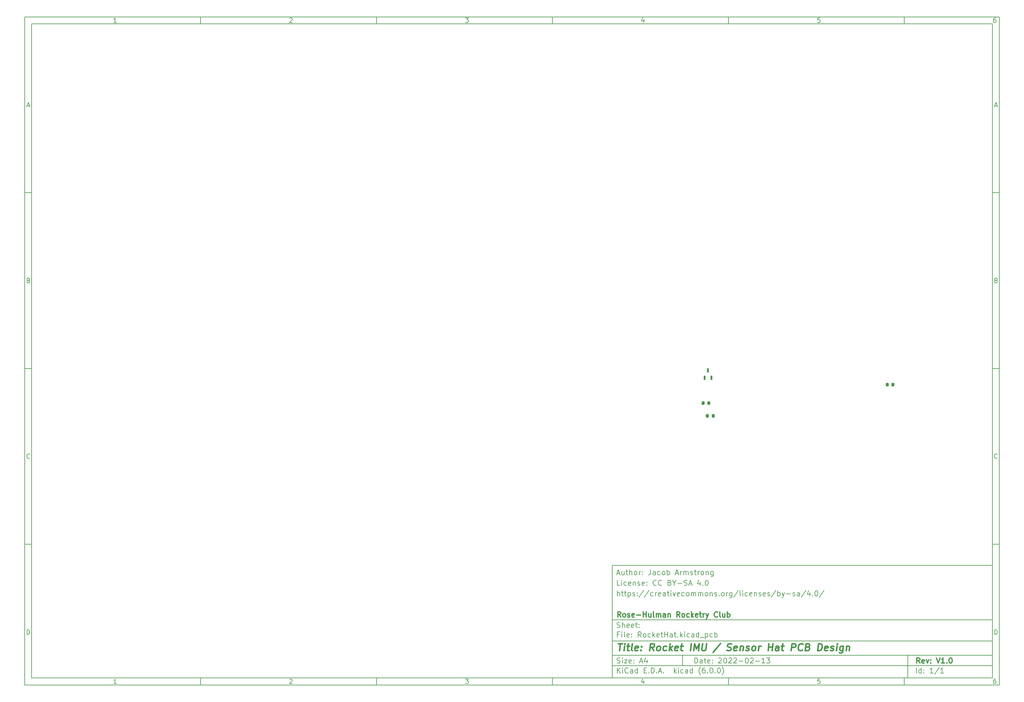
<source format=gbr>
%TF.GenerationSoftware,KiCad,Pcbnew,(6.0.0)*%
%TF.CreationDate,2022-02-14T11:19:37-05:00*%
%TF.ProjectId,RocketHat,526f636b-6574-4486-9174-2e6b69636164,V1.0*%
%TF.SameCoordinates,Original*%
%TF.FileFunction,Paste,Top*%
%TF.FilePolarity,Positive*%
%FSLAX46Y46*%
G04 Gerber Fmt 4.6, Leading zero omitted, Abs format (unit mm)*
G04 Created by KiCad (PCBNEW (6.0.0)) date 2022-02-14 11:19:37*
%MOMM*%
%LPD*%
G01*
G04 APERTURE LIST*
G04 Aperture macros list*
%AMRoundRect*
0 Rectangle with rounded corners*
0 $1 Rounding radius*
0 $2 $3 $4 $5 $6 $7 $8 $9 X,Y pos of 4 corners*
0 Add a 4 corners polygon primitive as box body*
4,1,4,$2,$3,$4,$5,$6,$7,$8,$9,$2,$3,0*
0 Add four circle primitives for the rounded corners*
1,1,$1+$1,$2,$3*
1,1,$1+$1,$4,$5*
1,1,$1+$1,$6,$7*
1,1,$1+$1,$8,$9*
0 Add four rect primitives between the rounded corners*
20,1,$1+$1,$2,$3,$4,$5,0*
20,1,$1+$1,$4,$5,$6,$7,0*
20,1,$1+$1,$6,$7,$8,$9,0*
20,1,$1+$1,$8,$9,$2,$3,0*%
G04 Aperture macros list end*
%ADD10C,0.100000*%
%ADD11C,0.150000*%
%ADD12C,0.300000*%
%ADD13C,0.400000*%
%ADD14R,0.600000X1.300000*%
%ADD15RoundRect,0.200000X0.200000X0.275000X-0.200000X0.275000X-0.200000X-0.275000X0.200000X-0.275000X0*%
G04 APERTURE END LIST*
D10*
D11*
X177002200Y-166007200D02*
X177002200Y-198007200D01*
X285002200Y-198007200D01*
X285002200Y-166007200D01*
X177002200Y-166007200D01*
D10*
D11*
X10000000Y-10000000D02*
X10000000Y-200007200D01*
X287002200Y-200007200D01*
X287002200Y-10000000D01*
X10000000Y-10000000D01*
D10*
D11*
X12000000Y-12000000D02*
X12000000Y-198007200D01*
X285002200Y-198007200D01*
X285002200Y-12000000D01*
X12000000Y-12000000D01*
D10*
D11*
X60000000Y-12000000D02*
X60000000Y-10000000D01*
D10*
D11*
X110000000Y-12000000D02*
X110000000Y-10000000D01*
D10*
D11*
X160000000Y-12000000D02*
X160000000Y-10000000D01*
D10*
D11*
X210000000Y-12000000D02*
X210000000Y-10000000D01*
D10*
D11*
X260000000Y-12000000D02*
X260000000Y-10000000D01*
D10*
D11*
X36065476Y-11588095D02*
X35322619Y-11588095D01*
X35694047Y-11588095D02*
X35694047Y-10288095D01*
X35570238Y-10473809D01*
X35446428Y-10597619D01*
X35322619Y-10659523D01*
D10*
D11*
X85322619Y-10411904D02*
X85384523Y-10350000D01*
X85508333Y-10288095D01*
X85817857Y-10288095D01*
X85941666Y-10350000D01*
X86003571Y-10411904D01*
X86065476Y-10535714D01*
X86065476Y-10659523D01*
X86003571Y-10845238D01*
X85260714Y-11588095D01*
X86065476Y-11588095D01*
D10*
D11*
X135260714Y-10288095D02*
X136065476Y-10288095D01*
X135632142Y-10783333D01*
X135817857Y-10783333D01*
X135941666Y-10845238D01*
X136003571Y-10907142D01*
X136065476Y-11030952D01*
X136065476Y-11340476D01*
X136003571Y-11464285D01*
X135941666Y-11526190D01*
X135817857Y-11588095D01*
X135446428Y-11588095D01*
X135322619Y-11526190D01*
X135260714Y-11464285D01*
D10*
D11*
X185941666Y-10721428D02*
X185941666Y-11588095D01*
X185632142Y-10226190D02*
X185322619Y-11154761D01*
X186127380Y-11154761D01*
D10*
D11*
X236003571Y-10288095D02*
X235384523Y-10288095D01*
X235322619Y-10907142D01*
X235384523Y-10845238D01*
X235508333Y-10783333D01*
X235817857Y-10783333D01*
X235941666Y-10845238D01*
X236003571Y-10907142D01*
X236065476Y-11030952D01*
X236065476Y-11340476D01*
X236003571Y-11464285D01*
X235941666Y-11526190D01*
X235817857Y-11588095D01*
X235508333Y-11588095D01*
X235384523Y-11526190D01*
X235322619Y-11464285D01*
D10*
D11*
X285941666Y-10288095D02*
X285694047Y-10288095D01*
X285570238Y-10350000D01*
X285508333Y-10411904D01*
X285384523Y-10597619D01*
X285322619Y-10845238D01*
X285322619Y-11340476D01*
X285384523Y-11464285D01*
X285446428Y-11526190D01*
X285570238Y-11588095D01*
X285817857Y-11588095D01*
X285941666Y-11526190D01*
X286003571Y-11464285D01*
X286065476Y-11340476D01*
X286065476Y-11030952D01*
X286003571Y-10907142D01*
X285941666Y-10845238D01*
X285817857Y-10783333D01*
X285570238Y-10783333D01*
X285446428Y-10845238D01*
X285384523Y-10907142D01*
X285322619Y-11030952D01*
D10*
D11*
X60000000Y-198007200D02*
X60000000Y-200007200D01*
D10*
D11*
X110000000Y-198007200D02*
X110000000Y-200007200D01*
D10*
D11*
X160000000Y-198007200D02*
X160000000Y-200007200D01*
D10*
D11*
X210000000Y-198007200D02*
X210000000Y-200007200D01*
D10*
D11*
X260000000Y-198007200D02*
X260000000Y-200007200D01*
D10*
D11*
X36065476Y-199595295D02*
X35322619Y-199595295D01*
X35694047Y-199595295D02*
X35694047Y-198295295D01*
X35570238Y-198481009D01*
X35446428Y-198604819D01*
X35322619Y-198666723D01*
D10*
D11*
X85322619Y-198419104D02*
X85384523Y-198357200D01*
X85508333Y-198295295D01*
X85817857Y-198295295D01*
X85941666Y-198357200D01*
X86003571Y-198419104D01*
X86065476Y-198542914D01*
X86065476Y-198666723D01*
X86003571Y-198852438D01*
X85260714Y-199595295D01*
X86065476Y-199595295D01*
D10*
D11*
X135260714Y-198295295D02*
X136065476Y-198295295D01*
X135632142Y-198790533D01*
X135817857Y-198790533D01*
X135941666Y-198852438D01*
X136003571Y-198914342D01*
X136065476Y-199038152D01*
X136065476Y-199347676D01*
X136003571Y-199471485D01*
X135941666Y-199533390D01*
X135817857Y-199595295D01*
X135446428Y-199595295D01*
X135322619Y-199533390D01*
X135260714Y-199471485D01*
D10*
D11*
X185941666Y-198728628D02*
X185941666Y-199595295D01*
X185632142Y-198233390D02*
X185322619Y-199161961D01*
X186127380Y-199161961D01*
D10*
D11*
X236003571Y-198295295D02*
X235384523Y-198295295D01*
X235322619Y-198914342D01*
X235384523Y-198852438D01*
X235508333Y-198790533D01*
X235817857Y-198790533D01*
X235941666Y-198852438D01*
X236003571Y-198914342D01*
X236065476Y-199038152D01*
X236065476Y-199347676D01*
X236003571Y-199471485D01*
X235941666Y-199533390D01*
X235817857Y-199595295D01*
X235508333Y-199595295D01*
X235384523Y-199533390D01*
X235322619Y-199471485D01*
D10*
D11*
X285941666Y-198295295D02*
X285694047Y-198295295D01*
X285570238Y-198357200D01*
X285508333Y-198419104D01*
X285384523Y-198604819D01*
X285322619Y-198852438D01*
X285322619Y-199347676D01*
X285384523Y-199471485D01*
X285446428Y-199533390D01*
X285570238Y-199595295D01*
X285817857Y-199595295D01*
X285941666Y-199533390D01*
X286003571Y-199471485D01*
X286065476Y-199347676D01*
X286065476Y-199038152D01*
X286003571Y-198914342D01*
X285941666Y-198852438D01*
X285817857Y-198790533D01*
X285570238Y-198790533D01*
X285446428Y-198852438D01*
X285384523Y-198914342D01*
X285322619Y-199038152D01*
D10*
D11*
X10000000Y-60000000D02*
X12000000Y-60000000D01*
D10*
D11*
X10000000Y-110000000D02*
X12000000Y-110000000D01*
D10*
D11*
X10000000Y-160000000D02*
X12000000Y-160000000D01*
D10*
D11*
X10690476Y-35216666D02*
X11309523Y-35216666D01*
X10566666Y-35588095D02*
X11000000Y-34288095D01*
X11433333Y-35588095D01*
D10*
D11*
X11092857Y-84907142D02*
X11278571Y-84969047D01*
X11340476Y-85030952D01*
X11402380Y-85154761D01*
X11402380Y-85340476D01*
X11340476Y-85464285D01*
X11278571Y-85526190D01*
X11154761Y-85588095D01*
X10659523Y-85588095D01*
X10659523Y-84288095D01*
X11092857Y-84288095D01*
X11216666Y-84350000D01*
X11278571Y-84411904D01*
X11340476Y-84535714D01*
X11340476Y-84659523D01*
X11278571Y-84783333D01*
X11216666Y-84845238D01*
X11092857Y-84907142D01*
X10659523Y-84907142D01*
D10*
D11*
X11402380Y-135464285D02*
X11340476Y-135526190D01*
X11154761Y-135588095D01*
X11030952Y-135588095D01*
X10845238Y-135526190D01*
X10721428Y-135402380D01*
X10659523Y-135278571D01*
X10597619Y-135030952D01*
X10597619Y-134845238D01*
X10659523Y-134597619D01*
X10721428Y-134473809D01*
X10845238Y-134350000D01*
X11030952Y-134288095D01*
X11154761Y-134288095D01*
X11340476Y-134350000D01*
X11402380Y-134411904D01*
D10*
D11*
X10659523Y-185588095D02*
X10659523Y-184288095D01*
X10969047Y-184288095D01*
X11154761Y-184350000D01*
X11278571Y-184473809D01*
X11340476Y-184597619D01*
X11402380Y-184845238D01*
X11402380Y-185030952D01*
X11340476Y-185278571D01*
X11278571Y-185402380D01*
X11154761Y-185526190D01*
X10969047Y-185588095D01*
X10659523Y-185588095D01*
D10*
D11*
X287002200Y-60000000D02*
X285002200Y-60000000D01*
D10*
D11*
X287002200Y-110000000D02*
X285002200Y-110000000D01*
D10*
D11*
X287002200Y-160000000D02*
X285002200Y-160000000D01*
D10*
D11*
X285692676Y-35216666D02*
X286311723Y-35216666D01*
X285568866Y-35588095D02*
X286002200Y-34288095D01*
X286435533Y-35588095D01*
D10*
D11*
X286095057Y-84907142D02*
X286280771Y-84969047D01*
X286342676Y-85030952D01*
X286404580Y-85154761D01*
X286404580Y-85340476D01*
X286342676Y-85464285D01*
X286280771Y-85526190D01*
X286156961Y-85588095D01*
X285661723Y-85588095D01*
X285661723Y-84288095D01*
X286095057Y-84288095D01*
X286218866Y-84350000D01*
X286280771Y-84411904D01*
X286342676Y-84535714D01*
X286342676Y-84659523D01*
X286280771Y-84783333D01*
X286218866Y-84845238D01*
X286095057Y-84907142D01*
X285661723Y-84907142D01*
D10*
D11*
X286404580Y-135464285D02*
X286342676Y-135526190D01*
X286156961Y-135588095D01*
X286033152Y-135588095D01*
X285847438Y-135526190D01*
X285723628Y-135402380D01*
X285661723Y-135278571D01*
X285599819Y-135030952D01*
X285599819Y-134845238D01*
X285661723Y-134597619D01*
X285723628Y-134473809D01*
X285847438Y-134350000D01*
X286033152Y-134288095D01*
X286156961Y-134288095D01*
X286342676Y-134350000D01*
X286404580Y-134411904D01*
D10*
D11*
X285661723Y-185588095D02*
X285661723Y-184288095D01*
X285971247Y-184288095D01*
X286156961Y-184350000D01*
X286280771Y-184473809D01*
X286342676Y-184597619D01*
X286404580Y-184845238D01*
X286404580Y-185030952D01*
X286342676Y-185278571D01*
X286280771Y-185402380D01*
X286156961Y-185526190D01*
X285971247Y-185588095D01*
X285661723Y-185588095D01*
D10*
D11*
X200434342Y-193785771D02*
X200434342Y-192285771D01*
X200791485Y-192285771D01*
X201005771Y-192357200D01*
X201148628Y-192500057D01*
X201220057Y-192642914D01*
X201291485Y-192928628D01*
X201291485Y-193142914D01*
X201220057Y-193428628D01*
X201148628Y-193571485D01*
X201005771Y-193714342D01*
X200791485Y-193785771D01*
X200434342Y-193785771D01*
X202577200Y-193785771D02*
X202577200Y-193000057D01*
X202505771Y-192857200D01*
X202362914Y-192785771D01*
X202077200Y-192785771D01*
X201934342Y-192857200D01*
X202577200Y-193714342D02*
X202434342Y-193785771D01*
X202077200Y-193785771D01*
X201934342Y-193714342D01*
X201862914Y-193571485D01*
X201862914Y-193428628D01*
X201934342Y-193285771D01*
X202077200Y-193214342D01*
X202434342Y-193214342D01*
X202577200Y-193142914D01*
X203077200Y-192785771D02*
X203648628Y-192785771D01*
X203291485Y-192285771D02*
X203291485Y-193571485D01*
X203362914Y-193714342D01*
X203505771Y-193785771D01*
X203648628Y-193785771D01*
X204720057Y-193714342D02*
X204577200Y-193785771D01*
X204291485Y-193785771D01*
X204148628Y-193714342D01*
X204077200Y-193571485D01*
X204077200Y-193000057D01*
X204148628Y-192857200D01*
X204291485Y-192785771D01*
X204577200Y-192785771D01*
X204720057Y-192857200D01*
X204791485Y-193000057D01*
X204791485Y-193142914D01*
X204077200Y-193285771D01*
X205434342Y-193642914D02*
X205505771Y-193714342D01*
X205434342Y-193785771D01*
X205362914Y-193714342D01*
X205434342Y-193642914D01*
X205434342Y-193785771D01*
X205434342Y-192857200D02*
X205505771Y-192928628D01*
X205434342Y-193000057D01*
X205362914Y-192928628D01*
X205434342Y-192857200D01*
X205434342Y-193000057D01*
X207220057Y-192428628D02*
X207291485Y-192357200D01*
X207434342Y-192285771D01*
X207791485Y-192285771D01*
X207934342Y-192357200D01*
X208005771Y-192428628D01*
X208077200Y-192571485D01*
X208077200Y-192714342D01*
X208005771Y-192928628D01*
X207148628Y-193785771D01*
X208077200Y-193785771D01*
X209005771Y-192285771D02*
X209148628Y-192285771D01*
X209291485Y-192357200D01*
X209362914Y-192428628D01*
X209434342Y-192571485D01*
X209505771Y-192857200D01*
X209505771Y-193214342D01*
X209434342Y-193500057D01*
X209362914Y-193642914D01*
X209291485Y-193714342D01*
X209148628Y-193785771D01*
X209005771Y-193785771D01*
X208862914Y-193714342D01*
X208791485Y-193642914D01*
X208720057Y-193500057D01*
X208648628Y-193214342D01*
X208648628Y-192857200D01*
X208720057Y-192571485D01*
X208791485Y-192428628D01*
X208862914Y-192357200D01*
X209005771Y-192285771D01*
X210077200Y-192428628D02*
X210148628Y-192357200D01*
X210291485Y-192285771D01*
X210648628Y-192285771D01*
X210791485Y-192357200D01*
X210862914Y-192428628D01*
X210934342Y-192571485D01*
X210934342Y-192714342D01*
X210862914Y-192928628D01*
X210005771Y-193785771D01*
X210934342Y-193785771D01*
X211505771Y-192428628D02*
X211577200Y-192357200D01*
X211720057Y-192285771D01*
X212077200Y-192285771D01*
X212220057Y-192357200D01*
X212291485Y-192428628D01*
X212362914Y-192571485D01*
X212362914Y-192714342D01*
X212291485Y-192928628D01*
X211434342Y-193785771D01*
X212362914Y-193785771D01*
X213005771Y-193214342D02*
X214148628Y-193214342D01*
X215148628Y-192285771D02*
X215291485Y-192285771D01*
X215434342Y-192357200D01*
X215505771Y-192428628D01*
X215577200Y-192571485D01*
X215648628Y-192857200D01*
X215648628Y-193214342D01*
X215577200Y-193500057D01*
X215505771Y-193642914D01*
X215434342Y-193714342D01*
X215291485Y-193785771D01*
X215148628Y-193785771D01*
X215005771Y-193714342D01*
X214934342Y-193642914D01*
X214862914Y-193500057D01*
X214791485Y-193214342D01*
X214791485Y-192857200D01*
X214862914Y-192571485D01*
X214934342Y-192428628D01*
X215005771Y-192357200D01*
X215148628Y-192285771D01*
X216220057Y-192428628D02*
X216291485Y-192357200D01*
X216434342Y-192285771D01*
X216791485Y-192285771D01*
X216934342Y-192357200D01*
X217005771Y-192428628D01*
X217077200Y-192571485D01*
X217077200Y-192714342D01*
X217005771Y-192928628D01*
X216148628Y-193785771D01*
X217077200Y-193785771D01*
X217720057Y-193214342D02*
X218862914Y-193214342D01*
X220362914Y-193785771D02*
X219505771Y-193785771D01*
X219934342Y-193785771D02*
X219934342Y-192285771D01*
X219791485Y-192500057D01*
X219648628Y-192642914D01*
X219505771Y-192714342D01*
X220862914Y-192285771D02*
X221791485Y-192285771D01*
X221291485Y-192857200D01*
X221505771Y-192857200D01*
X221648628Y-192928628D01*
X221720057Y-193000057D01*
X221791485Y-193142914D01*
X221791485Y-193500057D01*
X221720057Y-193642914D01*
X221648628Y-193714342D01*
X221505771Y-193785771D01*
X221077200Y-193785771D01*
X220934342Y-193714342D01*
X220862914Y-193642914D01*
D10*
D11*
X177002200Y-194507200D02*
X285002200Y-194507200D01*
D10*
D11*
X178434342Y-196585771D02*
X178434342Y-195085771D01*
X179291485Y-196585771D02*
X178648628Y-195728628D01*
X179291485Y-195085771D02*
X178434342Y-195942914D01*
X179934342Y-196585771D02*
X179934342Y-195585771D01*
X179934342Y-195085771D02*
X179862914Y-195157200D01*
X179934342Y-195228628D01*
X180005771Y-195157200D01*
X179934342Y-195085771D01*
X179934342Y-195228628D01*
X181505771Y-196442914D02*
X181434342Y-196514342D01*
X181220057Y-196585771D01*
X181077200Y-196585771D01*
X180862914Y-196514342D01*
X180720057Y-196371485D01*
X180648628Y-196228628D01*
X180577200Y-195942914D01*
X180577200Y-195728628D01*
X180648628Y-195442914D01*
X180720057Y-195300057D01*
X180862914Y-195157200D01*
X181077200Y-195085771D01*
X181220057Y-195085771D01*
X181434342Y-195157200D01*
X181505771Y-195228628D01*
X182791485Y-196585771D02*
X182791485Y-195800057D01*
X182720057Y-195657200D01*
X182577200Y-195585771D01*
X182291485Y-195585771D01*
X182148628Y-195657200D01*
X182791485Y-196514342D02*
X182648628Y-196585771D01*
X182291485Y-196585771D01*
X182148628Y-196514342D01*
X182077200Y-196371485D01*
X182077200Y-196228628D01*
X182148628Y-196085771D01*
X182291485Y-196014342D01*
X182648628Y-196014342D01*
X182791485Y-195942914D01*
X184148628Y-196585771D02*
X184148628Y-195085771D01*
X184148628Y-196514342D02*
X184005771Y-196585771D01*
X183720057Y-196585771D01*
X183577200Y-196514342D01*
X183505771Y-196442914D01*
X183434342Y-196300057D01*
X183434342Y-195871485D01*
X183505771Y-195728628D01*
X183577200Y-195657200D01*
X183720057Y-195585771D01*
X184005771Y-195585771D01*
X184148628Y-195657200D01*
X186005771Y-195800057D02*
X186505771Y-195800057D01*
X186720057Y-196585771D02*
X186005771Y-196585771D01*
X186005771Y-195085771D01*
X186720057Y-195085771D01*
X187362914Y-196442914D02*
X187434342Y-196514342D01*
X187362914Y-196585771D01*
X187291485Y-196514342D01*
X187362914Y-196442914D01*
X187362914Y-196585771D01*
X188077200Y-196585771D02*
X188077200Y-195085771D01*
X188434342Y-195085771D01*
X188648628Y-195157200D01*
X188791485Y-195300057D01*
X188862914Y-195442914D01*
X188934342Y-195728628D01*
X188934342Y-195942914D01*
X188862914Y-196228628D01*
X188791485Y-196371485D01*
X188648628Y-196514342D01*
X188434342Y-196585771D01*
X188077200Y-196585771D01*
X189577200Y-196442914D02*
X189648628Y-196514342D01*
X189577200Y-196585771D01*
X189505771Y-196514342D01*
X189577200Y-196442914D01*
X189577200Y-196585771D01*
X190220057Y-196157200D02*
X190934342Y-196157200D01*
X190077200Y-196585771D02*
X190577200Y-195085771D01*
X191077200Y-196585771D01*
X191577200Y-196442914D02*
X191648628Y-196514342D01*
X191577200Y-196585771D01*
X191505771Y-196514342D01*
X191577200Y-196442914D01*
X191577200Y-196585771D01*
X194577200Y-196585771D02*
X194577200Y-195085771D01*
X194720057Y-196014342D02*
X195148628Y-196585771D01*
X195148628Y-195585771D02*
X194577200Y-196157200D01*
X195791485Y-196585771D02*
X195791485Y-195585771D01*
X195791485Y-195085771D02*
X195720057Y-195157200D01*
X195791485Y-195228628D01*
X195862914Y-195157200D01*
X195791485Y-195085771D01*
X195791485Y-195228628D01*
X197148628Y-196514342D02*
X197005771Y-196585771D01*
X196720057Y-196585771D01*
X196577200Y-196514342D01*
X196505771Y-196442914D01*
X196434342Y-196300057D01*
X196434342Y-195871485D01*
X196505771Y-195728628D01*
X196577200Y-195657200D01*
X196720057Y-195585771D01*
X197005771Y-195585771D01*
X197148628Y-195657200D01*
X198434342Y-196585771D02*
X198434342Y-195800057D01*
X198362914Y-195657200D01*
X198220057Y-195585771D01*
X197934342Y-195585771D01*
X197791485Y-195657200D01*
X198434342Y-196514342D02*
X198291485Y-196585771D01*
X197934342Y-196585771D01*
X197791485Y-196514342D01*
X197720057Y-196371485D01*
X197720057Y-196228628D01*
X197791485Y-196085771D01*
X197934342Y-196014342D01*
X198291485Y-196014342D01*
X198434342Y-195942914D01*
X199791485Y-196585771D02*
X199791485Y-195085771D01*
X199791485Y-196514342D02*
X199648628Y-196585771D01*
X199362914Y-196585771D01*
X199220057Y-196514342D01*
X199148628Y-196442914D01*
X199077200Y-196300057D01*
X199077200Y-195871485D01*
X199148628Y-195728628D01*
X199220057Y-195657200D01*
X199362914Y-195585771D01*
X199648628Y-195585771D01*
X199791485Y-195657200D01*
X202077200Y-197157200D02*
X202005771Y-197085771D01*
X201862914Y-196871485D01*
X201791485Y-196728628D01*
X201720057Y-196514342D01*
X201648628Y-196157200D01*
X201648628Y-195871485D01*
X201720057Y-195514342D01*
X201791485Y-195300057D01*
X201862914Y-195157200D01*
X202005771Y-194942914D01*
X202077200Y-194871485D01*
X203291485Y-195085771D02*
X203005771Y-195085771D01*
X202862914Y-195157200D01*
X202791485Y-195228628D01*
X202648628Y-195442914D01*
X202577200Y-195728628D01*
X202577200Y-196300057D01*
X202648628Y-196442914D01*
X202720057Y-196514342D01*
X202862914Y-196585771D01*
X203148628Y-196585771D01*
X203291485Y-196514342D01*
X203362914Y-196442914D01*
X203434342Y-196300057D01*
X203434342Y-195942914D01*
X203362914Y-195800057D01*
X203291485Y-195728628D01*
X203148628Y-195657200D01*
X202862914Y-195657200D01*
X202720057Y-195728628D01*
X202648628Y-195800057D01*
X202577200Y-195942914D01*
X204077200Y-196442914D02*
X204148628Y-196514342D01*
X204077200Y-196585771D01*
X204005771Y-196514342D01*
X204077200Y-196442914D01*
X204077200Y-196585771D01*
X205077200Y-195085771D02*
X205220057Y-195085771D01*
X205362914Y-195157200D01*
X205434342Y-195228628D01*
X205505771Y-195371485D01*
X205577200Y-195657200D01*
X205577200Y-196014342D01*
X205505771Y-196300057D01*
X205434342Y-196442914D01*
X205362914Y-196514342D01*
X205220057Y-196585771D01*
X205077200Y-196585771D01*
X204934342Y-196514342D01*
X204862914Y-196442914D01*
X204791485Y-196300057D01*
X204720057Y-196014342D01*
X204720057Y-195657200D01*
X204791485Y-195371485D01*
X204862914Y-195228628D01*
X204934342Y-195157200D01*
X205077200Y-195085771D01*
X206220057Y-196442914D02*
X206291485Y-196514342D01*
X206220057Y-196585771D01*
X206148628Y-196514342D01*
X206220057Y-196442914D01*
X206220057Y-196585771D01*
X207220057Y-195085771D02*
X207362914Y-195085771D01*
X207505771Y-195157200D01*
X207577200Y-195228628D01*
X207648628Y-195371485D01*
X207720057Y-195657200D01*
X207720057Y-196014342D01*
X207648628Y-196300057D01*
X207577200Y-196442914D01*
X207505771Y-196514342D01*
X207362914Y-196585771D01*
X207220057Y-196585771D01*
X207077200Y-196514342D01*
X207005771Y-196442914D01*
X206934342Y-196300057D01*
X206862914Y-196014342D01*
X206862914Y-195657200D01*
X206934342Y-195371485D01*
X207005771Y-195228628D01*
X207077200Y-195157200D01*
X207220057Y-195085771D01*
X208220057Y-197157200D02*
X208291485Y-197085771D01*
X208434342Y-196871485D01*
X208505771Y-196728628D01*
X208577200Y-196514342D01*
X208648628Y-196157200D01*
X208648628Y-195871485D01*
X208577200Y-195514342D01*
X208505771Y-195300057D01*
X208434342Y-195157200D01*
X208291485Y-194942914D01*
X208220057Y-194871485D01*
D10*
D11*
X177002200Y-191507200D02*
X285002200Y-191507200D01*
D10*
D12*
X264411485Y-193785771D02*
X263911485Y-193071485D01*
X263554342Y-193785771D02*
X263554342Y-192285771D01*
X264125771Y-192285771D01*
X264268628Y-192357200D01*
X264340057Y-192428628D01*
X264411485Y-192571485D01*
X264411485Y-192785771D01*
X264340057Y-192928628D01*
X264268628Y-193000057D01*
X264125771Y-193071485D01*
X263554342Y-193071485D01*
X265625771Y-193714342D02*
X265482914Y-193785771D01*
X265197200Y-193785771D01*
X265054342Y-193714342D01*
X264982914Y-193571485D01*
X264982914Y-193000057D01*
X265054342Y-192857200D01*
X265197200Y-192785771D01*
X265482914Y-192785771D01*
X265625771Y-192857200D01*
X265697200Y-193000057D01*
X265697200Y-193142914D01*
X264982914Y-193285771D01*
X266197200Y-192785771D02*
X266554342Y-193785771D01*
X266911485Y-192785771D01*
X267482914Y-193642914D02*
X267554342Y-193714342D01*
X267482914Y-193785771D01*
X267411485Y-193714342D01*
X267482914Y-193642914D01*
X267482914Y-193785771D01*
X267482914Y-192857200D02*
X267554342Y-192928628D01*
X267482914Y-193000057D01*
X267411485Y-192928628D01*
X267482914Y-192857200D01*
X267482914Y-193000057D01*
X269125771Y-192285771D02*
X269625771Y-193785771D01*
X270125771Y-192285771D01*
X271411485Y-193785771D02*
X270554342Y-193785771D01*
X270982914Y-193785771D02*
X270982914Y-192285771D01*
X270840057Y-192500057D01*
X270697200Y-192642914D01*
X270554342Y-192714342D01*
X272054342Y-193642914D02*
X272125771Y-193714342D01*
X272054342Y-193785771D01*
X271982914Y-193714342D01*
X272054342Y-193642914D01*
X272054342Y-193785771D01*
X273054342Y-192285771D02*
X273197200Y-192285771D01*
X273340057Y-192357200D01*
X273411485Y-192428628D01*
X273482914Y-192571485D01*
X273554342Y-192857200D01*
X273554342Y-193214342D01*
X273482914Y-193500057D01*
X273411485Y-193642914D01*
X273340057Y-193714342D01*
X273197200Y-193785771D01*
X273054342Y-193785771D01*
X272911485Y-193714342D01*
X272840057Y-193642914D01*
X272768628Y-193500057D01*
X272697200Y-193214342D01*
X272697200Y-192857200D01*
X272768628Y-192571485D01*
X272840057Y-192428628D01*
X272911485Y-192357200D01*
X273054342Y-192285771D01*
D10*
D11*
X178362914Y-193714342D02*
X178577200Y-193785771D01*
X178934342Y-193785771D01*
X179077200Y-193714342D01*
X179148628Y-193642914D01*
X179220057Y-193500057D01*
X179220057Y-193357200D01*
X179148628Y-193214342D01*
X179077200Y-193142914D01*
X178934342Y-193071485D01*
X178648628Y-193000057D01*
X178505771Y-192928628D01*
X178434342Y-192857200D01*
X178362914Y-192714342D01*
X178362914Y-192571485D01*
X178434342Y-192428628D01*
X178505771Y-192357200D01*
X178648628Y-192285771D01*
X179005771Y-192285771D01*
X179220057Y-192357200D01*
X179862914Y-193785771D02*
X179862914Y-192785771D01*
X179862914Y-192285771D02*
X179791485Y-192357200D01*
X179862914Y-192428628D01*
X179934342Y-192357200D01*
X179862914Y-192285771D01*
X179862914Y-192428628D01*
X180434342Y-192785771D02*
X181220057Y-192785771D01*
X180434342Y-193785771D01*
X181220057Y-193785771D01*
X182362914Y-193714342D02*
X182220057Y-193785771D01*
X181934342Y-193785771D01*
X181791485Y-193714342D01*
X181720057Y-193571485D01*
X181720057Y-193000057D01*
X181791485Y-192857200D01*
X181934342Y-192785771D01*
X182220057Y-192785771D01*
X182362914Y-192857200D01*
X182434342Y-193000057D01*
X182434342Y-193142914D01*
X181720057Y-193285771D01*
X183077200Y-193642914D02*
X183148628Y-193714342D01*
X183077200Y-193785771D01*
X183005771Y-193714342D01*
X183077200Y-193642914D01*
X183077200Y-193785771D01*
X183077200Y-192857200D02*
X183148628Y-192928628D01*
X183077200Y-193000057D01*
X183005771Y-192928628D01*
X183077200Y-192857200D01*
X183077200Y-193000057D01*
X184862914Y-193357200D02*
X185577200Y-193357200D01*
X184720057Y-193785771D02*
X185220057Y-192285771D01*
X185720057Y-193785771D01*
X186862914Y-192785771D02*
X186862914Y-193785771D01*
X186505771Y-192214342D02*
X186148628Y-193285771D01*
X187077200Y-193285771D01*
D10*
D11*
X263434342Y-196585771D02*
X263434342Y-195085771D01*
X264791485Y-196585771D02*
X264791485Y-195085771D01*
X264791485Y-196514342D02*
X264648628Y-196585771D01*
X264362914Y-196585771D01*
X264220057Y-196514342D01*
X264148628Y-196442914D01*
X264077200Y-196300057D01*
X264077200Y-195871485D01*
X264148628Y-195728628D01*
X264220057Y-195657200D01*
X264362914Y-195585771D01*
X264648628Y-195585771D01*
X264791485Y-195657200D01*
X265505771Y-196442914D02*
X265577200Y-196514342D01*
X265505771Y-196585771D01*
X265434342Y-196514342D01*
X265505771Y-196442914D01*
X265505771Y-196585771D01*
X265505771Y-195657200D02*
X265577200Y-195728628D01*
X265505771Y-195800057D01*
X265434342Y-195728628D01*
X265505771Y-195657200D01*
X265505771Y-195800057D01*
X268148628Y-196585771D02*
X267291485Y-196585771D01*
X267720057Y-196585771D02*
X267720057Y-195085771D01*
X267577200Y-195300057D01*
X267434342Y-195442914D01*
X267291485Y-195514342D01*
X269862914Y-195014342D02*
X268577200Y-196942914D01*
X271148628Y-196585771D02*
X270291485Y-196585771D01*
X270720057Y-196585771D02*
X270720057Y-195085771D01*
X270577200Y-195300057D01*
X270434342Y-195442914D01*
X270291485Y-195514342D01*
D10*
D11*
X177002200Y-187507200D02*
X285002200Y-187507200D01*
D10*
D13*
X178714580Y-188211961D02*
X179857438Y-188211961D01*
X179036009Y-190211961D02*
X179286009Y-188211961D01*
X180274104Y-190211961D02*
X180440771Y-188878628D01*
X180524104Y-188211961D02*
X180416961Y-188307200D01*
X180500295Y-188402438D01*
X180607438Y-188307200D01*
X180524104Y-188211961D01*
X180500295Y-188402438D01*
X181107438Y-188878628D02*
X181869342Y-188878628D01*
X181476485Y-188211961D02*
X181262200Y-189926247D01*
X181333628Y-190116723D01*
X181512200Y-190211961D01*
X181702676Y-190211961D01*
X182655057Y-190211961D02*
X182476485Y-190116723D01*
X182405057Y-189926247D01*
X182619342Y-188211961D01*
X184190771Y-190116723D02*
X183988390Y-190211961D01*
X183607438Y-190211961D01*
X183428866Y-190116723D01*
X183357438Y-189926247D01*
X183452676Y-189164342D01*
X183571723Y-188973866D01*
X183774104Y-188878628D01*
X184155057Y-188878628D01*
X184333628Y-188973866D01*
X184405057Y-189164342D01*
X184381247Y-189354819D01*
X183405057Y-189545295D01*
X185155057Y-190021485D02*
X185238390Y-190116723D01*
X185131247Y-190211961D01*
X185047914Y-190116723D01*
X185155057Y-190021485D01*
X185131247Y-190211961D01*
X185286009Y-188973866D02*
X185369342Y-189069104D01*
X185262200Y-189164342D01*
X185178866Y-189069104D01*
X185286009Y-188973866D01*
X185262200Y-189164342D01*
X188750295Y-190211961D02*
X188202676Y-189259580D01*
X187607438Y-190211961D02*
X187857438Y-188211961D01*
X188619342Y-188211961D01*
X188797914Y-188307200D01*
X188881247Y-188402438D01*
X188952676Y-188592914D01*
X188916961Y-188878628D01*
X188797914Y-189069104D01*
X188690771Y-189164342D01*
X188488390Y-189259580D01*
X187726485Y-189259580D01*
X189893152Y-190211961D02*
X189714580Y-190116723D01*
X189631247Y-190021485D01*
X189559819Y-189831009D01*
X189631247Y-189259580D01*
X189750295Y-189069104D01*
X189857438Y-188973866D01*
X190059819Y-188878628D01*
X190345533Y-188878628D01*
X190524104Y-188973866D01*
X190607438Y-189069104D01*
X190678866Y-189259580D01*
X190607438Y-189831009D01*
X190488390Y-190021485D01*
X190381247Y-190116723D01*
X190178866Y-190211961D01*
X189893152Y-190211961D01*
X192286009Y-190116723D02*
X192083628Y-190211961D01*
X191702676Y-190211961D01*
X191524104Y-190116723D01*
X191440771Y-190021485D01*
X191369342Y-189831009D01*
X191440771Y-189259580D01*
X191559819Y-189069104D01*
X191666961Y-188973866D01*
X191869342Y-188878628D01*
X192250295Y-188878628D01*
X192428866Y-188973866D01*
X193131247Y-190211961D02*
X193381247Y-188211961D01*
X193416961Y-189450057D02*
X193893152Y-190211961D01*
X194059819Y-188878628D02*
X193202676Y-189640533D01*
X195524104Y-190116723D02*
X195321723Y-190211961D01*
X194940771Y-190211961D01*
X194762200Y-190116723D01*
X194690771Y-189926247D01*
X194786009Y-189164342D01*
X194905057Y-188973866D01*
X195107438Y-188878628D01*
X195488390Y-188878628D01*
X195666961Y-188973866D01*
X195738390Y-189164342D01*
X195714580Y-189354819D01*
X194738390Y-189545295D01*
X196345533Y-188878628D02*
X197107438Y-188878628D01*
X196714580Y-188211961D02*
X196500295Y-189926247D01*
X196571723Y-190116723D01*
X196750295Y-190211961D01*
X196940771Y-190211961D01*
X199131247Y-190211961D02*
X199381247Y-188211961D01*
X200083628Y-190211961D02*
X200333628Y-188211961D01*
X200821723Y-189640533D01*
X201666961Y-188211961D01*
X201416961Y-190211961D01*
X202619342Y-188211961D02*
X202416961Y-189831009D01*
X202488390Y-190021485D01*
X202571723Y-190116723D01*
X202750295Y-190211961D01*
X203131247Y-190211961D01*
X203333628Y-190116723D01*
X203440771Y-190021485D01*
X203559819Y-189831009D01*
X203762200Y-188211961D01*
X207678866Y-188116723D02*
X205643152Y-190688152D01*
X209524104Y-190116723D02*
X209797914Y-190211961D01*
X210274104Y-190211961D01*
X210476485Y-190116723D01*
X210583628Y-190021485D01*
X210702676Y-189831009D01*
X210726485Y-189640533D01*
X210655057Y-189450057D01*
X210571723Y-189354819D01*
X210393152Y-189259580D01*
X210024104Y-189164342D01*
X209845533Y-189069104D01*
X209762200Y-188973866D01*
X209690771Y-188783390D01*
X209714580Y-188592914D01*
X209833628Y-188402438D01*
X209940771Y-188307200D01*
X210143152Y-188211961D01*
X210619342Y-188211961D01*
X210893152Y-188307200D01*
X212286009Y-190116723D02*
X212083628Y-190211961D01*
X211702676Y-190211961D01*
X211524104Y-190116723D01*
X211452676Y-189926247D01*
X211547914Y-189164342D01*
X211666961Y-188973866D01*
X211869342Y-188878628D01*
X212250295Y-188878628D01*
X212428866Y-188973866D01*
X212500295Y-189164342D01*
X212476485Y-189354819D01*
X211500295Y-189545295D01*
X213393152Y-188878628D02*
X213226485Y-190211961D01*
X213369342Y-189069104D02*
X213476485Y-188973866D01*
X213678866Y-188878628D01*
X213964580Y-188878628D01*
X214143152Y-188973866D01*
X214214580Y-189164342D01*
X214083628Y-190211961D01*
X214952676Y-190116723D02*
X215131247Y-190211961D01*
X215512200Y-190211961D01*
X215714580Y-190116723D01*
X215833628Y-189926247D01*
X215845533Y-189831009D01*
X215774104Y-189640533D01*
X215595533Y-189545295D01*
X215309819Y-189545295D01*
X215131247Y-189450057D01*
X215059819Y-189259580D01*
X215071723Y-189164342D01*
X215190771Y-188973866D01*
X215393152Y-188878628D01*
X215678866Y-188878628D01*
X215857438Y-188973866D01*
X216940771Y-190211961D02*
X216762200Y-190116723D01*
X216678866Y-190021485D01*
X216607438Y-189831009D01*
X216678866Y-189259580D01*
X216797914Y-189069104D01*
X216905057Y-188973866D01*
X217107438Y-188878628D01*
X217393152Y-188878628D01*
X217571723Y-188973866D01*
X217655057Y-189069104D01*
X217726485Y-189259580D01*
X217655057Y-189831009D01*
X217536009Y-190021485D01*
X217428866Y-190116723D01*
X217226485Y-190211961D01*
X216940771Y-190211961D01*
X218464580Y-190211961D02*
X218631247Y-188878628D01*
X218583628Y-189259580D02*
X218702676Y-189069104D01*
X218809819Y-188973866D01*
X219012199Y-188878628D01*
X219202676Y-188878628D01*
X221226485Y-190211961D02*
X221476485Y-188211961D01*
X221357438Y-189164342D02*
X222500295Y-189164342D01*
X222369342Y-190211961D02*
X222619342Y-188211961D01*
X224178866Y-190211961D02*
X224309819Y-189164342D01*
X224238390Y-188973866D01*
X224059819Y-188878628D01*
X223678866Y-188878628D01*
X223476485Y-188973866D01*
X224190771Y-190116723D02*
X223988390Y-190211961D01*
X223512199Y-190211961D01*
X223333628Y-190116723D01*
X223262199Y-189926247D01*
X223286009Y-189735771D01*
X223405057Y-189545295D01*
X223607438Y-189450057D01*
X224083628Y-189450057D01*
X224286009Y-189354819D01*
X225012199Y-188878628D02*
X225774104Y-188878628D01*
X225381247Y-188211961D02*
X225166961Y-189926247D01*
X225238390Y-190116723D01*
X225416961Y-190211961D01*
X225607438Y-190211961D01*
X227797914Y-190211961D02*
X228047914Y-188211961D01*
X228809819Y-188211961D01*
X228988390Y-188307200D01*
X229071723Y-188402438D01*
X229143152Y-188592914D01*
X229107438Y-188878628D01*
X228988390Y-189069104D01*
X228881247Y-189164342D01*
X228678866Y-189259580D01*
X227916961Y-189259580D01*
X230964580Y-190021485D02*
X230857438Y-190116723D01*
X230559819Y-190211961D01*
X230369342Y-190211961D01*
X230095533Y-190116723D01*
X229928866Y-189926247D01*
X229857438Y-189735771D01*
X229809819Y-189354819D01*
X229845533Y-189069104D01*
X229988390Y-188688152D01*
X230107438Y-188497676D01*
X230321723Y-188307200D01*
X230619342Y-188211961D01*
X230809819Y-188211961D01*
X231083628Y-188307200D01*
X231166961Y-188402438D01*
X232595533Y-189164342D02*
X232869342Y-189259580D01*
X232952676Y-189354819D01*
X233024104Y-189545295D01*
X232988390Y-189831009D01*
X232869342Y-190021485D01*
X232762199Y-190116723D01*
X232559819Y-190211961D01*
X231797914Y-190211961D01*
X232047914Y-188211961D01*
X232714580Y-188211961D01*
X232893152Y-188307200D01*
X232976485Y-188402438D01*
X233047914Y-188592914D01*
X233024104Y-188783390D01*
X232905057Y-188973866D01*
X232797914Y-189069104D01*
X232595533Y-189164342D01*
X231928866Y-189164342D01*
X235321723Y-190211961D02*
X235571723Y-188211961D01*
X236047914Y-188211961D01*
X236321723Y-188307200D01*
X236488390Y-188497676D01*
X236559819Y-188688152D01*
X236607438Y-189069104D01*
X236571723Y-189354819D01*
X236428866Y-189735771D01*
X236309819Y-189926247D01*
X236095533Y-190116723D01*
X235797914Y-190211961D01*
X235321723Y-190211961D01*
X238095533Y-190116723D02*
X237893152Y-190211961D01*
X237512199Y-190211961D01*
X237333628Y-190116723D01*
X237262199Y-189926247D01*
X237357438Y-189164342D01*
X237476485Y-188973866D01*
X237678866Y-188878628D01*
X238059819Y-188878628D01*
X238238390Y-188973866D01*
X238309819Y-189164342D01*
X238286009Y-189354819D01*
X237309819Y-189545295D01*
X238952676Y-190116723D02*
X239131247Y-190211961D01*
X239512199Y-190211961D01*
X239714580Y-190116723D01*
X239833628Y-189926247D01*
X239845533Y-189831009D01*
X239774104Y-189640533D01*
X239595533Y-189545295D01*
X239309819Y-189545295D01*
X239131247Y-189450057D01*
X239059819Y-189259580D01*
X239071723Y-189164342D01*
X239190771Y-188973866D01*
X239393152Y-188878628D01*
X239678866Y-188878628D01*
X239857438Y-188973866D01*
X240655057Y-190211961D02*
X240821723Y-188878628D01*
X240905057Y-188211961D02*
X240797914Y-188307200D01*
X240881247Y-188402438D01*
X240988390Y-188307200D01*
X240905057Y-188211961D01*
X240881247Y-188402438D01*
X242631247Y-188878628D02*
X242428866Y-190497676D01*
X242309819Y-190688152D01*
X242202676Y-190783390D01*
X242000295Y-190878628D01*
X241714580Y-190878628D01*
X241536009Y-190783390D01*
X242476485Y-190116723D02*
X242274104Y-190211961D01*
X241893152Y-190211961D01*
X241714580Y-190116723D01*
X241631247Y-190021485D01*
X241559819Y-189831009D01*
X241631247Y-189259580D01*
X241750295Y-189069104D01*
X241857438Y-188973866D01*
X242059819Y-188878628D01*
X242440771Y-188878628D01*
X242619342Y-188973866D01*
X243583628Y-188878628D02*
X243416961Y-190211961D01*
X243559819Y-189069104D02*
X243666961Y-188973866D01*
X243869342Y-188878628D01*
X244155057Y-188878628D01*
X244333628Y-188973866D01*
X244405057Y-189164342D01*
X244274104Y-190211961D01*
D10*
D11*
X178934342Y-185600057D02*
X178434342Y-185600057D01*
X178434342Y-186385771D02*
X178434342Y-184885771D01*
X179148628Y-184885771D01*
X179720057Y-186385771D02*
X179720057Y-185385771D01*
X179720057Y-184885771D02*
X179648628Y-184957200D01*
X179720057Y-185028628D01*
X179791485Y-184957200D01*
X179720057Y-184885771D01*
X179720057Y-185028628D01*
X180648628Y-186385771D02*
X180505771Y-186314342D01*
X180434342Y-186171485D01*
X180434342Y-184885771D01*
X181791485Y-186314342D02*
X181648628Y-186385771D01*
X181362914Y-186385771D01*
X181220057Y-186314342D01*
X181148628Y-186171485D01*
X181148628Y-185600057D01*
X181220057Y-185457200D01*
X181362914Y-185385771D01*
X181648628Y-185385771D01*
X181791485Y-185457200D01*
X181862914Y-185600057D01*
X181862914Y-185742914D01*
X181148628Y-185885771D01*
X182505771Y-186242914D02*
X182577200Y-186314342D01*
X182505771Y-186385771D01*
X182434342Y-186314342D01*
X182505771Y-186242914D01*
X182505771Y-186385771D01*
X182505771Y-185457200D02*
X182577200Y-185528628D01*
X182505771Y-185600057D01*
X182434342Y-185528628D01*
X182505771Y-185457200D01*
X182505771Y-185600057D01*
X185220057Y-186385771D02*
X184720057Y-185671485D01*
X184362914Y-186385771D02*
X184362914Y-184885771D01*
X184934342Y-184885771D01*
X185077200Y-184957200D01*
X185148628Y-185028628D01*
X185220057Y-185171485D01*
X185220057Y-185385771D01*
X185148628Y-185528628D01*
X185077200Y-185600057D01*
X184934342Y-185671485D01*
X184362914Y-185671485D01*
X186077200Y-186385771D02*
X185934342Y-186314342D01*
X185862914Y-186242914D01*
X185791485Y-186100057D01*
X185791485Y-185671485D01*
X185862914Y-185528628D01*
X185934342Y-185457200D01*
X186077200Y-185385771D01*
X186291485Y-185385771D01*
X186434342Y-185457200D01*
X186505771Y-185528628D01*
X186577200Y-185671485D01*
X186577200Y-186100057D01*
X186505771Y-186242914D01*
X186434342Y-186314342D01*
X186291485Y-186385771D01*
X186077200Y-186385771D01*
X187862914Y-186314342D02*
X187720057Y-186385771D01*
X187434342Y-186385771D01*
X187291485Y-186314342D01*
X187220057Y-186242914D01*
X187148628Y-186100057D01*
X187148628Y-185671485D01*
X187220057Y-185528628D01*
X187291485Y-185457200D01*
X187434342Y-185385771D01*
X187720057Y-185385771D01*
X187862914Y-185457200D01*
X188505771Y-186385771D02*
X188505771Y-184885771D01*
X188648628Y-185814342D02*
X189077200Y-186385771D01*
X189077200Y-185385771D02*
X188505771Y-185957200D01*
X190291485Y-186314342D02*
X190148628Y-186385771D01*
X189862914Y-186385771D01*
X189720057Y-186314342D01*
X189648628Y-186171485D01*
X189648628Y-185600057D01*
X189720057Y-185457200D01*
X189862914Y-185385771D01*
X190148628Y-185385771D01*
X190291485Y-185457200D01*
X190362914Y-185600057D01*
X190362914Y-185742914D01*
X189648628Y-185885771D01*
X190791485Y-185385771D02*
X191362914Y-185385771D01*
X191005771Y-184885771D02*
X191005771Y-186171485D01*
X191077200Y-186314342D01*
X191220057Y-186385771D01*
X191362914Y-186385771D01*
X191862914Y-186385771D02*
X191862914Y-184885771D01*
X191862914Y-185600057D02*
X192720057Y-185600057D01*
X192720057Y-186385771D02*
X192720057Y-184885771D01*
X194077200Y-186385771D02*
X194077200Y-185600057D01*
X194005771Y-185457200D01*
X193862914Y-185385771D01*
X193577200Y-185385771D01*
X193434342Y-185457200D01*
X194077200Y-186314342D02*
X193934342Y-186385771D01*
X193577200Y-186385771D01*
X193434342Y-186314342D01*
X193362914Y-186171485D01*
X193362914Y-186028628D01*
X193434342Y-185885771D01*
X193577200Y-185814342D01*
X193934342Y-185814342D01*
X194077200Y-185742914D01*
X194577200Y-185385771D02*
X195148628Y-185385771D01*
X194791485Y-184885771D02*
X194791485Y-186171485D01*
X194862914Y-186314342D01*
X195005771Y-186385771D01*
X195148628Y-186385771D01*
X195648628Y-186242914D02*
X195720057Y-186314342D01*
X195648628Y-186385771D01*
X195577200Y-186314342D01*
X195648628Y-186242914D01*
X195648628Y-186385771D01*
X196362914Y-186385771D02*
X196362914Y-184885771D01*
X196505771Y-185814342D02*
X196934342Y-186385771D01*
X196934342Y-185385771D02*
X196362914Y-185957200D01*
X197577200Y-186385771D02*
X197577200Y-185385771D01*
X197577200Y-184885771D02*
X197505771Y-184957200D01*
X197577200Y-185028628D01*
X197648628Y-184957200D01*
X197577200Y-184885771D01*
X197577200Y-185028628D01*
X198934342Y-186314342D02*
X198791485Y-186385771D01*
X198505771Y-186385771D01*
X198362914Y-186314342D01*
X198291485Y-186242914D01*
X198220057Y-186100057D01*
X198220057Y-185671485D01*
X198291485Y-185528628D01*
X198362914Y-185457200D01*
X198505771Y-185385771D01*
X198791485Y-185385771D01*
X198934342Y-185457200D01*
X200220057Y-186385771D02*
X200220057Y-185600057D01*
X200148628Y-185457200D01*
X200005771Y-185385771D01*
X199720057Y-185385771D01*
X199577200Y-185457200D01*
X200220057Y-186314342D02*
X200077200Y-186385771D01*
X199720057Y-186385771D01*
X199577200Y-186314342D01*
X199505771Y-186171485D01*
X199505771Y-186028628D01*
X199577200Y-185885771D01*
X199720057Y-185814342D01*
X200077200Y-185814342D01*
X200220057Y-185742914D01*
X201577200Y-186385771D02*
X201577200Y-184885771D01*
X201577200Y-186314342D02*
X201434342Y-186385771D01*
X201148628Y-186385771D01*
X201005771Y-186314342D01*
X200934342Y-186242914D01*
X200862914Y-186100057D01*
X200862914Y-185671485D01*
X200934342Y-185528628D01*
X201005771Y-185457200D01*
X201148628Y-185385771D01*
X201434342Y-185385771D01*
X201577200Y-185457200D01*
X201934342Y-186528628D02*
X203077200Y-186528628D01*
X203434342Y-185385771D02*
X203434342Y-186885771D01*
X203434342Y-185457200D02*
X203577200Y-185385771D01*
X203862914Y-185385771D01*
X204005771Y-185457200D01*
X204077200Y-185528628D01*
X204148628Y-185671485D01*
X204148628Y-186100057D01*
X204077200Y-186242914D01*
X204005771Y-186314342D01*
X203862914Y-186385771D01*
X203577200Y-186385771D01*
X203434342Y-186314342D01*
X205434342Y-186314342D02*
X205291485Y-186385771D01*
X205005771Y-186385771D01*
X204862914Y-186314342D01*
X204791485Y-186242914D01*
X204720057Y-186100057D01*
X204720057Y-185671485D01*
X204791485Y-185528628D01*
X204862914Y-185457200D01*
X205005771Y-185385771D01*
X205291485Y-185385771D01*
X205434342Y-185457200D01*
X206077200Y-186385771D02*
X206077200Y-184885771D01*
X206077200Y-185457200D02*
X206220057Y-185385771D01*
X206505771Y-185385771D01*
X206648628Y-185457200D01*
X206720057Y-185528628D01*
X206791485Y-185671485D01*
X206791485Y-186100057D01*
X206720057Y-186242914D01*
X206648628Y-186314342D01*
X206505771Y-186385771D01*
X206220057Y-186385771D01*
X206077200Y-186314342D01*
D10*
D11*
X177002200Y-181507200D02*
X285002200Y-181507200D01*
D10*
D11*
X178362914Y-183614342D02*
X178577200Y-183685771D01*
X178934342Y-183685771D01*
X179077200Y-183614342D01*
X179148628Y-183542914D01*
X179220057Y-183400057D01*
X179220057Y-183257200D01*
X179148628Y-183114342D01*
X179077200Y-183042914D01*
X178934342Y-182971485D01*
X178648628Y-182900057D01*
X178505771Y-182828628D01*
X178434342Y-182757200D01*
X178362914Y-182614342D01*
X178362914Y-182471485D01*
X178434342Y-182328628D01*
X178505771Y-182257200D01*
X178648628Y-182185771D01*
X179005771Y-182185771D01*
X179220057Y-182257200D01*
X179862914Y-183685771D02*
X179862914Y-182185771D01*
X180505771Y-183685771D02*
X180505771Y-182900057D01*
X180434342Y-182757200D01*
X180291485Y-182685771D01*
X180077200Y-182685771D01*
X179934342Y-182757200D01*
X179862914Y-182828628D01*
X181791485Y-183614342D02*
X181648628Y-183685771D01*
X181362914Y-183685771D01*
X181220057Y-183614342D01*
X181148628Y-183471485D01*
X181148628Y-182900057D01*
X181220057Y-182757200D01*
X181362914Y-182685771D01*
X181648628Y-182685771D01*
X181791485Y-182757200D01*
X181862914Y-182900057D01*
X181862914Y-183042914D01*
X181148628Y-183185771D01*
X183077200Y-183614342D02*
X182934342Y-183685771D01*
X182648628Y-183685771D01*
X182505771Y-183614342D01*
X182434342Y-183471485D01*
X182434342Y-182900057D01*
X182505771Y-182757200D01*
X182648628Y-182685771D01*
X182934342Y-182685771D01*
X183077200Y-182757200D01*
X183148628Y-182900057D01*
X183148628Y-183042914D01*
X182434342Y-183185771D01*
X183577200Y-182685771D02*
X184148628Y-182685771D01*
X183791485Y-182185771D02*
X183791485Y-183471485D01*
X183862914Y-183614342D01*
X184005771Y-183685771D01*
X184148628Y-183685771D01*
X184648628Y-183542914D02*
X184720057Y-183614342D01*
X184648628Y-183685771D01*
X184577200Y-183614342D01*
X184648628Y-183542914D01*
X184648628Y-183685771D01*
X184648628Y-182757200D02*
X184720057Y-182828628D01*
X184648628Y-182900057D01*
X184577200Y-182828628D01*
X184648628Y-182757200D01*
X184648628Y-182900057D01*
D10*
D12*
X179411485Y-180685771D02*
X178911485Y-179971485D01*
X178554342Y-180685771D02*
X178554342Y-179185771D01*
X179125771Y-179185771D01*
X179268628Y-179257200D01*
X179340057Y-179328628D01*
X179411485Y-179471485D01*
X179411485Y-179685771D01*
X179340057Y-179828628D01*
X179268628Y-179900057D01*
X179125771Y-179971485D01*
X178554342Y-179971485D01*
X180268628Y-180685771D02*
X180125771Y-180614342D01*
X180054342Y-180542914D01*
X179982914Y-180400057D01*
X179982914Y-179971485D01*
X180054342Y-179828628D01*
X180125771Y-179757200D01*
X180268628Y-179685771D01*
X180482914Y-179685771D01*
X180625771Y-179757200D01*
X180697200Y-179828628D01*
X180768628Y-179971485D01*
X180768628Y-180400057D01*
X180697200Y-180542914D01*
X180625771Y-180614342D01*
X180482914Y-180685771D01*
X180268628Y-180685771D01*
X181340057Y-180614342D02*
X181482914Y-180685771D01*
X181768628Y-180685771D01*
X181911485Y-180614342D01*
X181982914Y-180471485D01*
X181982914Y-180400057D01*
X181911485Y-180257200D01*
X181768628Y-180185771D01*
X181554342Y-180185771D01*
X181411485Y-180114342D01*
X181340057Y-179971485D01*
X181340057Y-179900057D01*
X181411485Y-179757200D01*
X181554342Y-179685771D01*
X181768628Y-179685771D01*
X181911485Y-179757200D01*
X183197200Y-180614342D02*
X183054342Y-180685771D01*
X182768628Y-180685771D01*
X182625771Y-180614342D01*
X182554342Y-180471485D01*
X182554342Y-179900057D01*
X182625771Y-179757200D01*
X182768628Y-179685771D01*
X183054342Y-179685771D01*
X183197200Y-179757200D01*
X183268628Y-179900057D01*
X183268628Y-180042914D01*
X182554342Y-180185771D01*
X183911485Y-180114342D02*
X185054342Y-180114342D01*
X185768628Y-180685771D02*
X185768628Y-179185771D01*
X185768628Y-179900057D02*
X186625771Y-179900057D01*
X186625771Y-180685771D02*
X186625771Y-179185771D01*
X187982914Y-179685771D02*
X187982914Y-180685771D01*
X187340057Y-179685771D02*
X187340057Y-180471485D01*
X187411485Y-180614342D01*
X187554342Y-180685771D01*
X187768628Y-180685771D01*
X187911485Y-180614342D01*
X187982914Y-180542914D01*
X188911485Y-180685771D02*
X188768628Y-180614342D01*
X188697200Y-180471485D01*
X188697200Y-179185771D01*
X189482914Y-180685771D02*
X189482914Y-179685771D01*
X189482914Y-179828628D02*
X189554342Y-179757200D01*
X189697200Y-179685771D01*
X189911485Y-179685771D01*
X190054342Y-179757200D01*
X190125771Y-179900057D01*
X190125771Y-180685771D01*
X190125771Y-179900057D02*
X190197200Y-179757200D01*
X190340057Y-179685771D01*
X190554342Y-179685771D01*
X190697200Y-179757200D01*
X190768628Y-179900057D01*
X190768628Y-180685771D01*
X192125771Y-180685771D02*
X192125771Y-179900057D01*
X192054342Y-179757200D01*
X191911485Y-179685771D01*
X191625771Y-179685771D01*
X191482914Y-179757200D01*
X192125771Y-180614342D02*
X191982914Y-180685771D01*
X191625771Y-180685771D01*
X191482914Y-180614342D01*
X191411485Y-180471485D01*
X191411485Y-180328628D01*
X191482914Y-180185771D01*
X191625771Y-180114342D01*
X191982914Y-180114342D01*
X192125771Y-180042914D01*
X192840057Y-179685771D02*
X192840057Y-180685771D01*
X192840057Y-179828628D02*
X192911485Y-179757200D01*
X193054342Y-179685771D01*
X193268628Y-179685771D01*
X193411485Y-179757200D01*
X193482914Y-179900057D01*
X193482914Y-180685771D01*
X196197200Y-180685771D02*
X195697200Y-179971485D01*
X195340057Y-180685771D02*
X195340057Y-179185771D01*
X195911485Y-179185771D01*
X196054342Y-179257200D01*
X196125771Y-179328628D01*
X196197200Y-179471485D01*
X196197200Y-179685771D01*
X196125771Y-179828628D01*
X196054342Y-179900057D01*
X195911485Y-179971485D01*
X195340057Y-179971485D01*
X197054342Y-180685771D02*
X196911485Y-180614342D01*
X196840057Y-180542914D01*
X196768628Y-180400057D01*
X196768628Y-179971485D01*
X196840057Y-179828628D01*
X196911485Y-179757200D01*
X197054342Y-179685771D01*
X197268628Y-179685771D01*
X197411485Y-179757200D01*
X197482914Y-179828628D01*
X197554342Y-179971485D01*
X197554342Y-180400057D01*
X197482914Y-180542914D01*
X197411485Y-180614342D01*
X197268628Y-180685771D01*
X197054342Y-180685771D01*
X198840057Y-180614342D02*
X198697200Y-180685771D01*
X198411485Y-180685771D01*
X198268628Y-180614342D01*
X198197200Y-180542914D01*
X198125771Y-180400057D01*
X198125771Y-179971485D01*
X198197200Y-179828628D01*
X198268628Y-179757200D01*
X198411485Y-179685771D01*
X198697200Y-179685771D01*
X198840057Y-179757200D01*
X199482914Y-180685771D02*
X199482914Y-179185771D01*
X199625771Y-180114342D02*
X200054342Y-180685771D01*
X200054342Y-179685771D02*
X199482914Y-180257200D01*
X201268628Y-180614342D02*
X201125771Y-180685771D01*
X200840057Y-180685771D01*
X200697200Y-180614342D01*
X200625771Y-180471485D01*
X200625771Y-179900057D01*
X200697200Y-179757200D01*
X200840057Y-179685771D01*
X201125771Y-179685771D01*
X201268628Y-179757200D01*
X201340057Y-179900057D01*
X201340057Y-180042914D01*
X200625771Y-180185771D01*
X201768628Y-179685771D02*
X202340057Y-179685771D01*
X201982914Y-179185771D02*
X201982914Y-180471485D01*
X202054342Y-180614342D01*
X202197200Y-180685771D01*
X202340057Y-180685771D01*
X202840057Y-180685771D02*
X202840057Y-179685771D01*
X202840057Y-179971485D02*
X202911485Y-179828628D01*
X202982914Y-179757200D01*
X203125771Y-179685771D01*
X203268628Y-179685771D01*
X203625771Y-179685771D02*
X203982914Y-180685771D01*
X204340057Y-179685771D02*
X203982914Y-180685771D01*
X203840057Y-181042914D01*
X203768628Y-181114342D01*
X203625771Y-181185771D01*
X206911485Y-180542914D02*
X206840057Y-180614342D01*
X206625771Y-180685771D01*
X206482914Y-180685771D01*
X206268628Y-180614342D01*
X206125771Y-180471485D01*
X206054342Y-180328628D01*
X205982914Y-180042914D01*
X205982914Y-179828628D01*
X206054342Y-179542914D01*
X206125771Y-179400057D01*
X206268628Y-179257200D01*
X206482914Y-179185771D01*
X206625771Y-179185771D01*
X206840057Y-179257200D01*
X206911485Y-179328628D01*
X207768628Y-180685771D02*
X207625771Y-180614342D01*
X207554342Y-180471485D01*
X207554342Y-179185771D01*
X208982914Y-179685771D02*
X208982914Y-180685771D01*
X208340057Y-179685771D02*
X208340057Y-180471485D01*
X208411485Y-180614342D01*
X208554342Y-180685771D01*
X208768628Y-180685771D01*
X208911485Y-180614342D01*
X208982914Y-180542914D01*
X209697200Y-180685771D02*
X209697200Y-179185771D01*
X209697200Y-179757200D02*
X209840057Y-179685771D01*
X210125771Y-179685771D01*
X210268628Y-179757200D01*
X210340057Y-179828628D01*
X210411485Y-179971485D01*
X210411485Y-180400057D01*
X210340057Y-180542914D01*
X210268628Y-180614342D01*
X210125771Y-180685771D01*
X209840057Y-180685771D01*
X209697200Y-180614342D01*
D10*
D11*
D10*
D11*
X178434342Y-174685771D02*
X178434342Y-173185771D01*
X179077200Y-174685771D02*
X179077200Y-173900057D01*
X179005771Y-173757200D01*
X178862914Y-173685771D01*
X178648628Y-173685771D01*
X178505771Y-173757200D01*
X178434342Y-173828628D01*
X179577200Y-173685771D02*
X180148628Y-173685771D01*
X179791485Y-173185771D02*
X179791485Y-174471485D01*
X179862914Y-174614342D01*
X180005771Y-174685771D01*
X180148628Y-174685771D01*
X180434342Y-173685771D02*
X181005771Y-173685771D01*
X180648628Y-173185771D02*
X180648628Y-174471485D01*
X180720057Y-174614342D01*
X180862914Y-174685771D01*
X181005771Y-174685771D01*
X181505771Y-173685771D02*
X181505771Y-175185771D01*
X181505771Y-173757200D02*
X181648628Y-173685771D01*
X181934342Y-173685771D01*
X182077200Y-173757200D01*
X182148628Y-173828628D01*
X182220057Y-173971485D01*
X182220057Y-174400057D01*
X182148628Y-174542914D01*
X182077200Y-174614342D01*
X181934342Y-174685771D01*
X181648628Y-174685771D01*
X181505771Y-174614342D01*
X182791485Y-174614342D02*
X182934342Y-174685771D01*
X183220057Y-174685771D01*
X183362914Y-174614342D01*
X183434342Y-174471485D01*
X183434342Y-174400057D01*
X183362914Y-174257200D01*
X183220057Y-174185771D01*
X183005771Y-174185771D01*
X182862914Y-174114342D01*
X182791485Y-173971485D01*
X182791485Y-173900057D01*
X182862914Y-173757200D01*
X183005771Y-173685771D01*
X183220057Y-173685771D01*
X183362914Y-173757200D01*
X184077200Y-174542914D02*
X184148628Y-174614342D01*
X184077200Y-174685771D01*
X184005771Y-174614342D01*
X184077200Y-174542914D01*
X184077200Y-174685771D01*
X184077200Y-173757200D02*
X184148628Y-173828628D01*
X184077200Y-173900057D01*
X184005771Y-173828628D01*
X184077200Y-173757200D01*
X184077200Y-173900057D01*
X185862914Y-173114342D02*
X184577200Y-175042914D01*
X187434342Y-173114342D02*
X186148628Y-175042914D01*
X188577200Y-174614342D02*
X188434342Y-174685771D01*
X188148628Y-174685771D01*
X188005771Y-174614342D01*
X187934342Y-174542914D01*
X187862914Y-174400057D01*
X187862914Y-173971485D01*
X187934342Y-173828628D01*
X188005771Y-173757200D01*
X188148628Y-173685771D01*
X188434342Y-173685771D01*
X188577200Y-173757200D01*
X189220057Y-174685771D02*
X189220057Y-173685771D01*
X189220057Y-173971485D02*
X189291485Y-173828628D01*
X189362914Y-173757200D01*
X189505771Y-173685771D01*
X189648628Y-173685771D01*
X190720057Y-174614342D02*
X190577200Y-174685771D01*
X190291485Y-174685771D01*
X190148628Y-174614342D01*
X190077200Y-174471485D01*
X190077200Y-173900057D01*
X190148628Y-173757200D01*
X190291485Y-173685771D01*
X190577200Y-173685771D01*
X190720057Y-173757200D01*
X190791485Y-173900057D01*
X190791485Y-174042914D01*
X190077200Y-174185771D01*
X192077200Y-174685771D02*
X192077200Y-173900057D01*
X192005771Y-173757200D01*
X191862914Y-173685771D01*
X191577200Y-173685771D01*
X191434342Y-173757200D01*
X192077200Y-174614342D02*
X191934342Y-174685771D01*
X191577200Y-174685771D01*
X191434342Y-174614342D01*
X191362914Y-174471485D01*
X191362914Y-174328628D01*
X191434342Y-174185771D01*
X191577200Y-174114342D01*
X191934342Y-174114342D01*
X192077200Y-174042914D01*
X192577200Y-173685771D02*
X193148628Y-173685771D01*
X192791485Y-173185771D02*
X192791485Y-174471485D01*
X192862914Y-174614342D01*
X193005771Y-174685771D01*
X193148628Y-174685771D01*
X193648628Y-174685771D02*
X193648628Y-173685771D01*
X193648628Y-173185771D02*
X193577200Y-173257200D01*
X193648628Y-173328628D01*
X193720057Y-173257200D01*
X193648628Y-173185771D01*
X193648628Y-173328628D01*
X194220057Y-173685771D02*
X194577200Y-174685771D01*
X194934342Y-173685771D01*
X196077200Y-174614342D02*
X195934342Y-174685771D01*
X195648628Y-174685771D01*
X195505771Y-174614342D01*
X195434342Y-174471485D01*
X195434342Y-173900057D01*
X195505771Y-173757200D01*
X195648628Y-173685771D01*
X195934342Y-173685771D01*
X196077200Y-173757200D01*
X196148628Y-173900057D01*
X196148628Y-174042914D01*
X195434342Y-174185771D01*
X197434342Y-174614342D02*
X197291485Y-174685771D01*
X197005771Y-174685771D01*
X196862914Y-174614342D01*
X196791485Y-174542914D01*
X196720057Y-174400057D01*
X196720057Y-173971485D01*
X196791485Y-173828628D01*
X196862914Y-173757200D01*
X197005771Y-173685771D01*
X197291485Y-173685771D01*
X197434342Y-173757200D01*
X198291485Y-174685771D02*
X198148628Y-174614342D01*
X198077200Y-174542914D01*
X198005771Y-174400057D01*
X198005771Y-173971485D01*
X198077200Y-173828628D01*
X198148628Y-173757200D01*
X198291485Y-173685771D01*
X198505771Y-173685771D01*
X198648628Y-173757200D01*
X198720057Y-173828628D01*
X198791485Y-173971485D01*
X198791485Y-174400057D01*
X198720057Y-174542914D01*
X198648628Y-174614342D01*
X198505771Y-174685771D01*
X198291485Y-174685771D01*
X199434342Y-174685771D02*
X199434342Y-173685771D01*
X199434342Y-173828628D02*
X199505771Y-173757200D01*
X199648628Y-173685771D01*
X199862914Y-173685771D01*
X200005771Y-173757200D01*
X200077200Y-173900057D01*
X200077200Y-174685771D01*
X200077200Y-173900057D02*
X200148628Y-173757200D01*
X200291485Y-173685771D01*
X200505771Y-173685771D01*
X200648628Y-173757200D01*
X200720057Y-173900057D01*
X200720057Y-174685771D01*
X201434342Y-174685771D02*
X201434342Y-173685771D01*
X201434342Y-173828628D02*
X201505771Y-173757200D01*
X201648628Y-173685771D01*
X201862914Y-173685771D01*
X202005771Y-173757200D01*
X202077200Y-173900057D01*
X202077200Y-174685771D01*
X202077200Y-173900057D02*
X202148628Y-173757200D01*
X202291485Y-173685771D01*
X202505771Y-173685771D01*
X202648628Y-173757200D01*
X202720057Y-173900057D01*
X202720057Y-174685771D01*
X203648628Y-174685771D02*
X203505771Y-174614342D01*
X203434342Y-174542914D01*
X203362914Y-174400057D01*
X203362914Y-173971485D01*
X203434342Y-173828628D01*
X203505771Y-173757200D01*
X203648628Y-173685771D01*
X203862914Y-173685771D01*
X204005771Y-173757200D01*
X204077200Y-173828628D01*
X204148628Y-173971485D01*
X204148628Y-174400057D01*
X204077200Y-174542914D01*
X204005771Y-174614342D01*
X203862914Y-174685771D01*
X203648628Y-174685771D01*
X204791485Y-173685771D02*
X204791485Y-174685771D01*
X204791485Y-173828628D02*
X204862914Y-173757200D01*
X205005771Y-173685771D01*
X205220057Y-173685771D01*
X205362914Y-173757200D01*
X205434342Y-173900057D01*
X205434342Y-174685771D01*
X206077200Y-174614342D02*
X206220057Y-174685771D01*
X206505771Y-174685771D01*
X206648628Y-174614342D01*
X206720057Y-174471485D01*
X206720057Y-174400057D01*
X206648628Y-174257200D01*
X206505771Y-174185771D01*
X206291485Y-174185771D01*
X206148628Y-174114342D01*
X206077200Y-173971485D01*
X206077200Y-173900057D01*
X206148628Y-173757200D01*
X206291485Y-173685771D01*
X206505771Y-173685771D01*
X206648628Y-173757200D01*
X207362914Y-174542914D02*
X207434342Y-174614342D01*
X207362914Y-174685771D01*
X207291485Y-174614342D01*
X207362914Y-174542914D01*
X207362914Y-174685771D01*
X208291485Y-174685771D02*
X208148628Y-174614342D01*
X208077200Y-174542914D01*
X208005771Y-174400057D01*
X208005771Y-173971485D01*
X208077200Y-173828628D01*
X208148628Y-173757200D01*
X208291485Y-173685771D01*
X208505771Y-173685771D01*
X208648628Y-173757200D01*
X208720057Y-173828628D01*
X208791485Y-173971485D01*
X208791485Y-174400057D01*
X208720057Y-174542914D01*
X208648628Y-174614342D01*
X208505771Y-174685771D01*
X208291485Y-174685771D01*
X209434342Y-174685771D02*
X209434342Y-173685771D01*
X209434342Y-173971485D02*
X209505771Y-173828628D01*
X209577200Y-173757200D01*
X209720057Y-173685771D01*
X209862914Y-173685771D01*
X211005771Y-173685771D02*
X211005771Y-174900057D01*
X210934342Y-175042914D01*
X210862914Y-175114342D01*
X210720057Y-175185771D01*
X210505771Y-175185771D01*
X210362914Y-175114342D01*
X211005771Y-174614342D02*
X210862914Y-174685771D01*
X210577200Y-174685771D01*
X210434342Y-174614342D01*
X210362914Y-174542914D01*
X210291485Y-174400057D01*
X210291485Y-173971485D01*
X210362914Y-173828628D01*
X210434342Y-173757200D01*
X210577200Y-173685771D01*
X210862914Y-173685771D01*
X211005771Y-173757200D01*
X212791485Y-173114342D02*
X211505771Y-175042914D01*
X213505771Y-174685771D02*
X213362914Y-174614342D01*
X213291485Y-174471485D01*
X213291485Y-173185771D01*
X214077200Y-174685771D02*
X214077200Y-173685771D01*
X214077200Y-173185771D02*
X214005771Y-173257200D01*
X214077200Y-173328628D01*
X214148628Y-173257200D01*
X214077200Y-173185771D01*
X214077200Y-173328628D01*
X215434342Y-174614342D02*
X215291485Y-174685771D01*
X215005771Y-174685771D01*
X214862914Y-174614342D01*
X214791485Y-174542914D01*
X214720057Y-174400057D01*
X214720057Y-173971485D01*
X214791485Y-173828628D01*
X214862914Y-173757200D01*
X215005771Y-173685771D01*
X215291485Y-173685771D01*
X215434342Y-173757200D01*
X216648628Y-174614342D02*
X216505771Y-174685771D01*
X216220057Y-174685771D01*
X216077200Y-174614342D01*
X216005771Y-174471485D01*
X216005771Y-173900057D01*
X216077200Y-173757200D01*
X216220057Y-173685771D01*
X216505771Y-173685771D01*
X216648628Y-173757200D01*
X216720057Y-173900057D01*
X216720057Y-174042914D01*
X216005771Y-174185771D01*
X217362914Y-173685771D02*
X217362914Y-174685771D01*
X217362914Y-173828628D02*
X217434342Y-173757200D01*
X217577200Y-173685771D01*
X217791485Y-173685771D01*
X217934342Y-173757200D01*
X218005771Y-173900057D01*
X218005771Y-174685771D01*
X218648628Y-174614342D02*
X218791485Y-174685771D01*
X219077200Y-174685771D01*
X219220057Y-174614342D01*
X219291485Y-174471485D01*
X219291485Y-174400057D01*
X219220057Y-174257200D01*
X219077200Y-174185771D01*
X218862914Y-174185771D01*
X218720057Y-174114342D01*
X218648628Y-173971485D01*
X218648628Y-173900057D01*
X218720057Y-173757200D01*
X218862914Y-173685771D01*
X219077200Y-173685771D01*
X219220057Y-173757200D01*
X220505771Y-174614342D02*
X220362914Y-174685771D01*
X220077200Y-174685771D01*
X219934342Y-174614342D01*
X219862914Y-174471485D01*
X219862914Y-173900057D01*
X219934342Y-173757200D01*
X220077200Y-173685771D01*
X220362914Y-173685771D01*
X220505771Y-173757200D01*
X220577200Y-173900057D01*
X220577200Y-174042914D01*
X219862914Y-174185771D01*
X221148628Y-174614342D02*
X221291485Y-174685771D01*
X221577200Y-174685771D01*
X221720057Y-174614342D01*
X221791485Y-174471485D01*
X221791485Y-174400057D01*
X221720057Y-174257200D01*
X221577200Y-174185771D01*
X221362914Y-174185771D01*
X221220057Y-174114342D01*
X221148628Y-173971485D01*
X221148628Y-173900057D01*
X221220057Y-173757200D01*
X221362914Y-173685771D01*
X221577200Y-173685771D01*
X221720057Y-173757200D01*
X223505771Y-173114342D02*
X222220057Y-175042914D01*
X224005771Y-174685771D02*
X224005771Y-173185771D01*
X224005771Y-173757200D02*
X224148628Y-173685771D01*
X224434342Y-173685771D01*
X224577200Y-173757200D01*
X224648628Y-173828628D01*
X224720057Y-173971485D01*
X224720057Y-174400057D01*
X224648628Y-174542914D01*
X224577200Y-174614342D01*
X224434342Y-174685771D01*
X224148628Y-174685771D01*
X224005771Y-174614342D01*
X225220057Y-173685771D02*
X225577200Y-174685771D01*
X225934342Y-173685771D02*
X225577200Y-174685771D01*
X225434342Y-175042914D01*
X225362914Y-175114342D01*
X225220057Y-175185771D01*
X226505771Y-174114342D02*
X227648628Y-174114342D01*
X228291485Y-174614342D02*
X228434342Y-174685771D01*
X228720057Y-174685771D01*
X228862914Y-174614342D01*
X228934342Y-174471485D01*
X228934342Y-174400057D01*
X228862914Y-174257200D01*
X228720057Y-174185771D01*
X228505771Y-174185771D01*
X228362914Y-174114342D01*
X228291485Y-173971485D01*
X228291485Y-173900057D01*
X228362914Y-173757200D01*
X228505771Y-173685771D01*
X228720057Y-173685771D01*
X228862914Y-173757200D01*
X230220057Y-174685771D02*
X230220057Y-173900057D01*
X230148628Y-173757200D01*
X230005771Y-173685771D01*
X229720057Y-173685771D01*
X229577200Y-173757200D01*
X230220057Y-174614342D02*
X230077200Y-174685771D01*
X229720057Y-174685771D01*
X229577200Y-174614342D01*
X229505771Y-174471485D01*
X229505771Y-174328628D01*
X229577200Y-174185771D01*
X229720057Y-174114342D01*
X230077200Y-174114342D01*
X230220057Y-174042914D01*
X232005771Y-173114342D02*
X230720057Y-175042914D01*
X233148628Y-173685771D02*
X233148628Y-174685771D01*
X232791485Y-173114342D02*
X232434342Y-174185771D01*
X233362914Y-174185771D01*
X233934342Y-174542914D02*
X234005771Y-174614342D01*
X233934342Y-174685771D01*
X233862914Y-174614342D01*
X233934342Y-174542914D01*
X233934342Y-174685771D01*
X234934342Y-173185771D02*
X235077200Y-173185771D01*
X235220057Y-173257200D01*
X235291485Y-173328628D01*
X235362914Y-173471485D01*
X235434342Y-173757200D01*
X235434342Y-174114342D01*
X235362914Y-174400057D01*
X235291485Y-174542914D01*
X235220057Y-174614342D01*
X235077200Y-174685771D01*
X234934342Y-174685771D01*
X234791485Y-174614342D01*
X234720057Y-174542914D01*
X234648628Y-174400057D01*
X234577200Y-174114342D01*
X234577200Y-173757200D01*
X234648628Y-173471485D01*
X234720057Y-173328628D01*
X234791485Y-173257200D01*
X234934342Y-173185771D01*
X237148628Y-173114342D02*
X235862914Y-175042914D01*
D10*
D11*
X179148628Y-171685771D02*
X178434342Y-171685771D01*
X178434342Y-170185771D01*
X179648628Y-171685771D02*
X179648628Y-170685771D01*
X179648628Y-170185771D02*
X179577200Y-170257200D01*
X179648628Y-170328628D01*
X179720057Y-170257200D01*
X179648628Y-170185771D01*
X179648628Y-170328628D01*
X181005771Y-171614342D02*
X180862914Y-171685771D01*
X180577200Y-171685771D01*
X180434342Y-171614342D01*
X180362914Y-171542914D01*
X180291485Y-171400057D01*
X180291485Y-170971485D01*
X180362914Y-170828628D01*
X180434342Y-170757200D01*
X180577200Y-170685771D01*
X180862914Y-170685771D01*
X181005771Y-170757200D01*
X182220057Y-171614342D02*
X182077200Y-171685771D01*
X181791485Y-171685771D01*
X181648628Y-171614342D01*
X181577200Y-171471485D01*
X181577200Y-170900057D01*
X181648628Y-170757200D01*
X181791485Y-170685771D01*
X182077200Y-170685771D01*
X182220057Y-170757200D01*
X182291485Y-170900057D01*
X182291485Y-171042914D01*
X181577200Y-171185771D01*
X182934342Y-170685771D02*
X182934342Y-171685771D01*
X182934342Y-170828628D02*
X183005771Y-170757200D01*
X183148628Y-170685771D01*
X183362914Y-170685771D01*
X183505771Y-170757200D01*
X183577200Y-170900057D01*
X183577200Y-171685771D01*
X184220057Y-171614342D02*
X184362914Y-171685771D01*
X184648628Y-171685771D01*
X184791485Y-171614342D01*
X184862914Y-171471485D01*
X184862914Y-171400057D01*
X184791485Y-171257200D01*
X184648628Y-171185771D01*
X184434342Y-171185771D01*
X184291485Y-171114342D01*
X184220057Y-170971485D01*
X184220057Y-170900057D01*
X184291485Y-170757200D01*
X184434342Y-170685771D01*
X184648628Y-170685771D01*
X184791485Y-170757200D01*
X186077200Y-171614342D02*
X185934342Y-171685771D01*
X185648628Y-171685771D01*
X185505771Y-171614342D01*
X185434342Y-171471485D01*
X185434342Y-170900057D01*
X185505771Y-170757200D01*
X185648628Y-170685771D01*
X185934342Y-170685771D01*
X186077200Y-170757200D01*
X186148628Y-170900057D01*
X186148628Y-171042914D01*
X185434342Y-171185771D01*
X186791485Y-171542914D02*
X186862914Y-171614342D01*
X186791485Y-171685771D01*
X186720057Y-171614342D01*
X186791485Y-171542914D01*
X186791485Y-171685771D01*
X186791485Y-170757200D02*
X186862914Y-170828628D01*
X186791485Y-170900057D01*
X186720057Y-170828628D01*
X186791485Y-170757200D01*
X186791485Y-170900057D01*
X189505771Y-171542914D02*
X189434342Y-171614342D01*
X189220057Y-171685771D01*
X189077200Y-171685771D01*
X188862914Y-171614342D01*
X188720057Y-171471485D01*
X188648628Y-171328628D01*
X188577200Y-171042914D01*
X188577200Y-170828628D01*
X188648628Y-170542914D01*
X188720057Y-170400057D01*
X188862914Y-170257200D01*
X189077200Y-170185771D01*
X189220057Y-170185771D01*
X189434342Y-170257200D01*
X189505771Y-170328628D01*
X191005771Y-171542914D02*
X190934342Y-171614342D01*
X190720057Y-171685771D01*
X190577200Y-171685771D01*
X190362914Y-171614342D01*
X190220057Y-171471485D01*
X190148628Y-171328628D01*
X190077200Y-171042914D01*
X190077200Y-170828628D01*
X190148628Y-170542914D01*
X190220057Y-170400057D01*
X190362914Y-170257200D01*
X190577200Y-170185771D01*
X190720057Y-170185771D01*
X190934342Y-170257200D01*
X191005771Y-170328628D01*
X193291485Y-170900057D02*
X193505771Y-170971485D01*
X193577200Y-171042914D01*
X193648628Y-171185771D01*
X193648628Y-171400057D01*
X193577200Y-171542914D01*
X193505771Y-171614342D01*
X193362914Y-171685771D01*
X192791485Y-171685771D01*
X192791485Y-170185771D01*
X193291485Y-170185771D01*
X193434342Y-170257200D01*
X193505771Y-170328628D01*
X193577200Y-170471485D01*
X193577200Y-170614342D01*
X193505771Y-170757200D01*
X193434342Y-170828628D01*
X193291485Y-170900057D01*
X192791485Y-170900057D01*
X194577200Y-170971485D02*
X194577200Y-171685771D01*
X194077200Y-170185771D02*
X194577200Y-170971485D01*
X195077200Y-170185771D01*
X195577200Y-171114342D02*
X196720057Y-171114342D01*
X197362914Y-171614342D02*
X197577200Y-171685771D01*
X197934342Y-171685771D01*
X198077200Y-171614342D01*
X198148628Y-171542914D01*
X198220057Y-171400057D01*
X198220057Y-171257200D01*
X198148628Y-171114342D01*
X198077200Y-171042914D01*
X197934342Y-170971485D01*
X197648628Y-170900057D01*
X197505771Y-170828628D01*
X197434342Y-170757200D01*
X197362914Y-170614342D01*
X197362914Y-170471485D01*
X197434342Y-170328628D01*
X197505771Y-170257200D01*
X197648628Y-170185771D01*
X198005771Y-170185771D01*
X198220057Y-170257200D01*
X198791485Y-171257200D02*
X199505771Y-171257200D01*
X198648628Y-171685771D02*
X199148628Y-170185771D01*
X199648628Y-171685771D01*
X201934342Y-170685771D02*
X201934342Y-171685771D01*
X201577200Y-170114342D02*
X201220057Y-171185771D01*
X202148628Y-171185771D01*
X202720057Y-171542914D02*
X202791485Y-171614342D01*
X202720057Y-171685771D01*
X202648628Y-171614342D01*
X202720057Y-171542914D01*
X202720057Y-171685771D01*
X203720057Y-170185771D02*
X203862914Y-170185771D01*
X204005771Y-170257200D01*
X204077200Y-170328628D01*
X204148628Y-170471485D01*
X204220057Y-170757200D01*
X204220057Y-171114342D01*
X204148628Y-171400057D01*
X204077200Y-171542914D01*
X204005771Y-171614342D01*
X203862914Y-171685771D01*
X203720057Y-171685771D01*
X203577200Y-171614342D01*
X203505771Y-171542914D01*
X203434342Y-171400057D01*
X203362914Y-171114342D01*
X203362914Y-170757200D01*
X203434342Y-170471485D01*
X203505771Y-170328628D01*
X203577200Y-170257200D01*
X203720057Y-170185771D01*
D10*
D11*
X178362914Y-168257200D02*
X179077200Y-168257200D01*
X178220057Y-168685771D02*
X178720057Y-167185771D01*
X179220057Y-168685771D01*
X180362914Y-167685771D02*
X180362914Y-168685771D01*
X179720057Y-167685771D02*
X179720057Y-168471485D01*
X179791485Y-168614342D01*
X179934342Y-168685771D01*
X180148628Y-168685771D01*
X180291485Y-168614342D01*
X180362914Y-168542914D01*
X180862914Y-167685771D02*
X181434342Y-167685771D01*
X181077200Y-167185771D02*
X181077200Y-168471485D01*
X181148628Y-168614342D01*
X181291485Y-168685771D01*
X181434342Y-168685771D01*
X181934342Y-168685771D02*
X181934342Y-167185771D01*
X182577200Y-168685771D02*
X182577200Y-167900057D01*
X182505771Y-167757200D01*
X182362914Y-167685771D01*
X182148628Y-167685771D01*
X182005771Y-167757200D01*
X181934342Y-167828628D01*
X183505771Y-168685771D02*
X183362914Y-168614342D01*
X183291485Y-168542914D01*
X183220057Y-168400057D01*
X183220057Y-167971485D01*
X183291485Y-167828628D01*
X183362914Y-167757200D01*
X183505771Y-167685771D01*
X183720057Y-167685771D01*
X183862914Y-167757200D01*
X183934342Y-167828628D01*
X184005771Y-167971485D01*
X184005771Y-168400057D01*
X183934342Y-168542914D01*
X183862914Y-168614342D01*
X183720057Y-168685771D01*
X183505771Y-168685771D01*
X184648628Y-168685771D02*
X184648628Y-167685771D01*
X184648628Y-167971485D02*
X184720057Y-167828628D01*
X184791485Y-167757200D01*
X184934342Y-167685771D01*
X185077200Y-167685771D01*
X185577200Y-168542914D02*
X185648628Y-168614342D01*
X185577200Y-168685771D01*
X185505771Y-168614342D01*
X185577200Y-168542914D01*
X185577200Y-168685771D01*
X185577200Y-167757200D02*
X185648628Y-167828628D01*
X185577200Y-167900057D01*
X185505771Y-167828628D01*
X185577200Y-167757200D01*
X185577200Y-167900057D01*
X187862914Y-167185771D02*
X187862914Y-168257200D01*
X187791485Y-168471485D01*
X187648628Y-168614342D01*
X187434342Y-168685771D01*
X187291485Y-168685771D01*
X189220057Y-168685771D02*
X189220057Y-167900057D01*
X189148628Y-167757200D01*
X189005771Y-167685771D01*
X188720057Y-167685771D01*
X188577200Y-167757200D01*
X189220057Y-168614342D02*
X189077200Y-168685771D01*
X188720057Y-168685771D01*
X188577200Y-168614342D01*
X188505771Y-168471485D01*
X188505771Y-168328628D01*
X188577200Y-168185771D01*
X188720057Y-168114342D01*
X189077200Y-168114342D01*
X189220057Y-168042914D01*
X190577200Y-168614342D02*
X190434342Y-168685771D01*
X190148628Y-168685771D01*
X190005771Y-168614342D01*
X189934342Y-168542914D01*
X189862914Y-168400057D01*
X189862914Y-167971485D01*
X189934342Y-167828628D01*
X190005771Y-167757200D01*
X190148628Y-167685771D01*
X190434342Y-167685771D01*
X190577200Y-167757200D01*
X191434342Y-168685771D02*
X191291485Y-168614342D01*
X191220057Y-168542914D01*
X191148628Y-168400057D01*
X191148628Y-167971485D01*
X191220057Y-167828628D01*
X191291485Y-167757200D01*
X191434342Y-167685771D01*
X191648628Y-167685771D01*
X191791485Y-167757200D01*
X191862914Y-167828628D01*
X191934342Y-167971485D01*
X191934342Y-168400057D01*
X191862914Y-168542914D01*
X191791485Y-168614342D01*
X191648628Y-168685771D01*
X191434342Y-168685771D01*
X192577200Y-168685771D02*
X192577200Y-167185771D01*
X192577200Y-167757200D02*
X192720057Y-167685771D01*
X193005771Y-167685771D01*
X193148628Y-167757200D01*
X193220057Y-167828628D01*
X193291485Y-167971485D01*
X193291485Y-168400057D01*
X193220057Y-168542914D01*
X193148628Y-168614342D01*
X193005771Y-168685771D01*
X192720057Y-168685771D01*
X192577200Y-168614342D01*
X195005771Y-168257200D02*
X195720057Y-168257200D01*
X194862914Y-168685771D02*
X195362914Y-167185771D01*
X195862914Y-168685771D01*
X196362914Y-168685771D02*
X196362914Y-167685771D01*
X196362914Y-167971485D02*
X196434342Y-167828628D01*
X196505771Y-167757200D01*
X196648628Y-167685771D01*
X196791485Y-167685771D01*
X197291485Y-168685771D02*
X197291485Y-167685771D01*
X197291485Y-167828628D02*
X197362914Y-167757200D01*
X197505771Y-167685771D01*
X197720057Y-167685771D01*
X197862914Y-167757200D01*
X197934342Y-167900057D01*
X197934342Y-168685771D01*
X197934342Y-167900057D02*
X198005771Y-167757200D01*
X198148628Y-167685771D01*
X198362914Y-167685771D01*
X198505771Y-167757200D01*
X198577200Y-167900057D01*
X198577200Y-168685771D01*
X199220057Y-168614342D02*
X199362914Y-168685771D01*
X199648628Y-168685771D01*
X199791485Y-168614342D01*
X199862914Y-168471485D01*
X199862914Y-168400057D01*
X199791485Y-168257200D01*
X199648628Y-168185771D01*
X199434342Y-168185771D01*
X199291485Y-168114342D01*
X199220057Y-167971485D01*
X199220057Y-167900057D01*
X199291485Y-167757200D01*
X199434342Y-167685771D01*
X199648628Y-167685771D01*
X199791485Y-167757200D01*
X200291485Y-167685771D02*
X200862914Y-167685771D01*
X200505771Y-167185771D02*
X200505771Y-168471485D01*
X200577200Y-168614342D01*
X200720057Y-168685771D01*
X200862914Y-168685771D01*
X201362914Y-168685771D02*
X201362914Y-167685771D01*
X201362914Y-167971485D02*
X201434342Y-167828628D01*
X201505771Y-167757200D01*
X201648628Y-167685771D01*
X201791485Y-167685771D01*
X202505771Y-168685771D02*
X202362914Y-168614342D01*
X202291485Y-168542914D01*
X202220057Y-168400057D01*
X202220057Y-167971485D01*
X202291485Y-167828628D01*
X202362914Y-167757200D01*
X202505771Y-167685771D01*
X202720057Y-167685771D01*
X202862914Y-167757200D01*
X202934342Y-167828628D01*
X203005771Y-167971485D01*
X203005771Y-168400057D01*
X202934342Y-168542914D01*
X202862914Y-168614342D01*
X202720057Y-168685771D01*
X202505771Y-168685771D01*
X203648628Y-167685771D02*
X203648628Y-168685771D01*
X203648628Y-167828628D02*
X203720057Y-167757200D01*
X203862914Y-167685771D01*
X204077200Y-167685771D01*
X204220057Y-167757200D01*
X204291485Y-167900057D01*
X204291485Y-168685771D01*
X205648628Y-167685771D02*
X205648628Y-168900057D01*
X205577200Y-169042914D01*
X205505771Y-169114342D01*
X205362914Y-169185771D01*
X205148628Y-169185771D01*
X205005771Y-169114342D01*
X205648628Y-168614342D02*
X205505771Y-168685771D01*
X205220057Y-168685771D01*
X205077200Y-168614342D01*
X205005771Y-168542914D01*
X204934342Y-168400057D01*
X204934342Y-167971485D01*
X205005771Y-167828628D01*
X205077200Y-167757200D01*
X205220057Y-167685771D01*
X205505771Y-167685771D01*
X205648628Y-167757200D01*
D10*
D11*
X197002200Y-191507200D02*
X197002200Y-194507200D01*
D10*
D11*
X261002200Y-191507200D02*
X261002200Y-198007200D01*
D14*
%TO.C,Q2*%
X203245744Y-112646144D03*
X205145744Y-112646144D03*
X204195744Y-110546144D03*
%TD*%
D15*
%TO.C,R3*%
X256769544Y-114603344D03*
X255119544Y-114603344D03*
%TD*%
%TO.C,R2*%
X205680024Y-123457464D03*
X204030024Y-123457464D03*
%TD*%
%TO.C,R1*%
X204435424Y-119825264D03*
X202785424Y-119825264D03*
%TD*%
M02*

</source>
